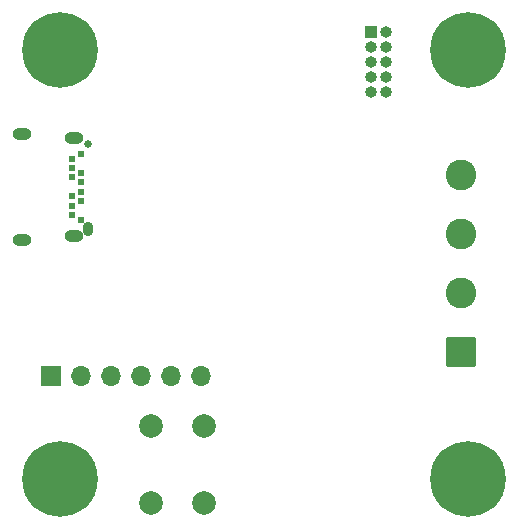
<source format=gbr>
%TF.GenerationSoftware,KiCad,Pcbnew,9.0.0*%
%TF.CreationDate,2025-07-24T15:18:37-04:00*%
%TF.ProjectId,USB_C_Simple_Trig,5553425f-435f-4536-996d-706c655f5472,rev?*%
%TF.SameCoordinates,Original*%
%TF.FileFunction,Soldermask,Bot*%
%TF.FilePolarity,Negative*%
%FSLAX46Y46*%
G04 Gerber Fmt 4.6, Leading zero omitted, Abs format (unit mm)*
G04 Created by KiCad (PCBNEW 9.0.0) date 2025-07-24 15:18:37*
%MOMM*%
%LPD*%
G01*
G04 APERTURE LIST*
G04 Aperture macros list*
%AMRoundRect*
0 Rectangle with rounded corners*
0 $1 Rounding radius*
0 $2 $3 $4 $5 $6 $7 $8 $9 X,Y pos of 4 corners*
0 Add a 4 corners polygon primitive as box body*
4,1,4,$2,$3,$4,$5,$6,$7,$8,$9,$2,$3,0*
0 Add four circle primitives for the rounded corners*
1,1,$1+$1,$2,$3*
1,1,$1+$1,$4,$5*
1,1,$1+$1,$6,$7*
1,1,$1+$1,$8,$9*
0 Add four rect primitives between the rounded corners*
20,1,$1+$1,$2,$3,$4,$5,0*
20,1,$1+$1,$4,$5,$6,$7,0*
20,1,$1+$1,$6,$7,$8,$9,0*
20,1,$1+$1,$8,$9,$2,$3,0*%
G04 Aperture macros list end*
%ADD10R,1.000000X1.000000*%
%ADD11O,1.000000X1.000000*%
%ADD12C,6.400000*%
%ADD13C,2.000000*%
%ADD14C,0.660400*%
%ADD15O,1.600200X1.016000*%
%ADD16O,0.914400X1.193800*%
%ADD17C,0.609600*%
%ADD18RoundRect,0.250000X1.050000X-1.050000X1.050000X1.050000X-1.050000X1.050000X-1.050000X-1.050000X0*%
%ADD19C,2.600000*%
%ADD20R,1.700000X1.700000*%
%ADD21O,1.700000X1.700000*%
G04 APERTURE END LIST*
D10*
%TO.C,J4*%
X149375000Y-87920000D03*
D11*
X150645000Y-87920000D03*
X149375000Y-89190000D03*
X150645000Y-89190000D03*
X149375000Y-90460000D03*
X150645000Y-90460000D03*
X149375000Y-91730000D03*
X150645000Y-91730000D03*
X149375000Y-93000000D03*
X150645000Y-93000000D03*
%TD*%
D12*
%TO.C,H4*%
X123100000Y-125700000D03*
%TD*%
D13*
%TO.C,SW1*%
X135250000Y-121250000D03*
X135250000Y-127750000D03*
X130750000Y-121250000D03*
X130750000Y-127750000D03*
%TD*%
D14*
%TO.C,J1*%
X125487400Y-97406200D03*
D15*
X124247400Y-96876201D03*
X119847400Y-96516199D03*
X124247400Y-105136199D03*
X119847400Y-105496201D03*
D16*
X125487400Y-104606200D03*
D17*
X124837400Y-103806393D03*
X124137400Y-103406267D03*
X124137400Y-102606141D03*
X124837400Y-102206015D03*
X124137400Y-101781389D03*
X124837400Y-101418763D03*
X124837400Y-100618637D03*
X124137400Y-100181011D03*
X124837400Y-99806385D03*
X124137400Y-99406259D03*
X124137400Y-98606133D03*
X124837400Y-98206007D03*
%TD*%
D12*
%TO.C,H3*%
X123100000Y-89400000D03*
%TD*%
D18*
%TO.C,J2*%
X157000000Y-115000000D03*
D19*
X157000000Y-110000000D03*
X157000000Y-105000000D03*
X157000000Y-100000000D03*
%TD*%
D20*
%TO.C,J3*%
X122340000Y-117000000D03*
D21*
X124880000Y-117000000D03*
X127420000Y-117000000D03*
X129960000Y-117000000D03*
X132500000Y-117000000D03*
X135040000Y-117000000D03*
%TD*%
D12*
%TO.C,H1*%
X157600000Y-89400000D03*
%TD*%
%TO.C,H2*%
X157600000Y-125700000D03*
%TD*%
M02*

</source>
